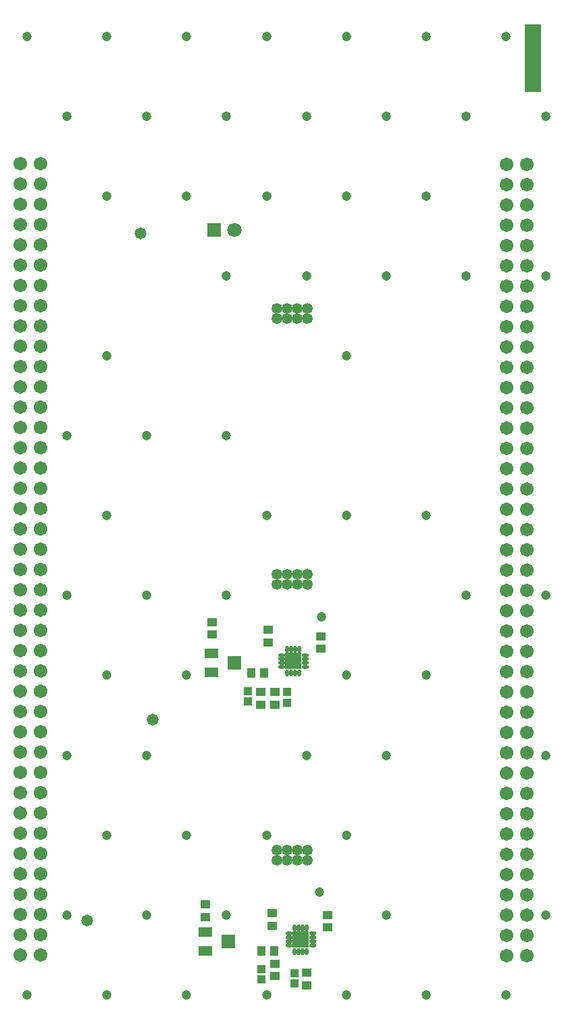
<source format=gbr>
%TF.GenerationSoftware,Altium Limited,Altium Designer,19.1.6 (110)*%
G04 Layer_Color=8388736*
%FSLAX26Y26*%
%MOIN*%
%TF.FileFunction,Soldermask,Top*%
%TF.Part,Single*%
G01*
G75*
%TA.AperFunction,NonConductor*%
%ADD39C,0.000000*%
%ADD40R,0.078740X0.334646*%
%TA.AperFunction,SMDPad,CuDef*%
%ADD42R,0.043433X0.041465*%
%TA.AperFunction,ComponentPad*%
%ADD48C,0.067055*%
%ADD49C,0.053000*%
%ADD50C,0.070992*%
%ADD51R,0.070992X0.070992*%
%TA.AperFunction,ViaPad*%
%ADD52C,0.047370*%
%ADD53C,0.058000*%
%ADD54C,0.027685*%
%TA.AperFunction,SMDPad,CuDef*%
%ADD59R,0.047370X0.043433*%
%ADD60R,0.043433X0.047370*%
%ADD61R,0.070992X0.070992*%
%ADD62R,0.070992X0.051307*%
%ADD63O,0.037528X0.017843*%
%ADD64O,0.017843X0.037528*%
%ADD65R,0.078866X0.078866*%
D39*
X-50490Y1285520D02*
G03*
X-50490Y1285520I-24510J0D01*
G01*
Y1335520D02*
G03*
X-50490Y1335520I-24510J0D01*
G01*
X-490Y1285520D02*
G03*
X-490Y1285520I-24510J0D01*
G01*
Y1335520D02*
G03*
X-490Y1335520I-24510J0D01*
G01*
X49510Y1285520D02*
G03*
X49510Y1285520I-24510J0D01*
G01*
Y1335520D02*
G03*
X49510Y1335520I-24510J0D01*
G01*
X99510Y1285520D02*
G03*
X99510Y1285520I-24510J0D01*
G01*
Y1335520D02*
G03*
X99510Y1335520I-24510J0D01*
G01*
X100510Y25520D02*
G03*
X100510Y25520I-24510J0D01*
G01*
Y-24480D02*
G03*
X100510Y-24480I-24510J0D01*
G01*
X50510Y25520D02*
G03*
X50510Y25520I-24510J0D01*
G01*
Y-24480D02*
G03*
X50510Y-24480I-24510J0D01*
G01*
X510Y25520D02*
G03*
X510Y25520I-24510J0D01*
G01*
Y-24480D02*
G03*
X510Y-24480I-24510J0D01*
G01*
X-49490Y25520D02*
G03*
X-49490Y25520I-24510J0D01*
G01*
Y-24480D02*
G03*
X-49490Y-24480I-24510J0D01*
G01*
X-50490Y-1382480D02*
G03*
X-50490Y-1382480I-24510J0D01*
G01*
Y-1332480D02*
G03*
X-50490Y-1332480I-24510J0D01*
G01*
X-490Y-1382480D02*
G03*
X-490Y-1382480I-24510J0D01*
G01*
Y-1332480D02*
G03*
X-490Y-1332480I-24510J0D01*
G01*
X49510Y-1382480D02*
G03*
X49510Y-1382480I-24510J0D01*
G01*
Y-1332480D02*
G03*
X49510Y-1332480I-24510J0D01*
G01*
X99510Y-1382480D02*
G03*
X99510Y-1382480I-24510J0D01*
G01*
Y-1332480D02*
G03*
X99510Y-1332480I-24510J0D01*
G01*
D40*
X1188953Y2568906D02*
D03*
D42*
X-24000Y-606095D02*
D03*
Y-554913D02*
D03*
X-152000Y-1971591D02*
D03*
Y-1920409D02*
D03*
X12000Y-1939409D02*
D03*
Y-1990591D02*
D03*
X-219000Y-549913D02*
D03*
Y-601094D02*
D03*
D48*
X-1341205Y2047956D02*
D03*
Y1947956D02*
D03*
Y1847956D02*
D03*
Y1747956D02*
D03*
Y1647956D02*
D03*
Y1547956D02*
D03*
Y1447956D02*
D03*
Y1347956D02*
D03*
Y1247956D02*
D03*
Y1147956D02*
D03*
Y1047956D02*
D03*
Y947956D02*
D03*
Y847956D02*
D03*
Y747956D02*
D03*
Y647956D02*
D03*
Y547956D02*
D03*
Y447955D02*
D03*
Y347955D02*
D03*
Y247956D02*
D03*
Y147956D02*
D03*
Y47956D02*
D03*
Y-52044D02*
D03*
Y-152044D02*
D03*
Y-252044D02*
D03*
Y-352045D02*
D03*
Y-452045D02*
D03*
Y-552044D02*
D03*
Y-652044D02*
D03*
Y-752044D02*
D03*
Y-852044D02*
D03*
Y-952044D02*
D03*
Y-1052044D02*
D03*
Y-1152044D02*
D03*
Y-1252044D02*
D03*
Y-1352044D02*
D03*
Y-1452044D02*
D03*
Y-1552044D02*
D03*
Y-1652044D02*
D03*
Y-1752044D02*
D03*
Y-1852044D02*
D03*
X-1241205Y2047956D02*
D03*
Y1947956D02*
D03*
Y1847956D02*
D03*
Y1747956D02*
D03*
Y1647956D02*
D03*
Y1547956D02*
D03*
Y1447956D02*
D03*
Y1347956D02*
D03*
Y1247956D02*
D03*
Y1147956D02*
D03*
Y1047956D02*
D03*
Y947956D02*
D03*
Y847956D02*
D03*
Y747956D02*
D03*
Y647956D02*
D03*
Y547956D02*
D03*
Y447955D02*
D03*
Y347955D02*
D03*
Y247956D02*
D03*
Y147956D02*
D03*
Y47956D02*
D03*
Y-52044D02*
D03*
Y-152044D02*
D03*
Y-252044D02*
D03*
Y-352045D02*
D03*
Y-452045D02*
D03*
Y-552044D02*
D03*
Y-652044D02*
D03*
Y-752044D02*
D03*
Y-852044D02*
D03*
Y-952044D02*
D03*
Y-1052044D02*
D03*
Y-1152044D02*
D03*
Y-1252044D02*
D03*
Y-1352044D02*
D03*
Y-1452044D02*
D03*
Y-1552044D02*
D03*
Y-1652044D02*
D03*
Y-1752044D02*
D03*
Y-1852044D02*
D03*
X1158795Y-1853029D02*
D03*
Y-1753029D02*
D03*
Y-1653029D02*
D03*
Y-1553029D02*
D03*
Y-1453029D02*
D03*
Y-1353029D02*
D03*
Y-1253029D02*
D03*
Y-1153029D02*
D03*
Y-1053029D02*
D03*
Y-953029D02*
D03*
Y-853029D02*
D03*
Y-753029D02*
D03*
Y-653029D02*
D03*
Y-553029D02*
D03*
Y-453029D02*
D03*
Y-353029D02*
D03*
Y-253029D02*
D03*
Y-153029D02*
D03*
Y-53029D02*
D03*
Y46971D02*
D03*
Y146971D02*
D03*
Y246971D02*
D03*
Y346971D02*
D03*
Y446971D02*
D03*
Y546971D02*
D03*
Y646971D02*
D03*
Y746971D02*
D03*
Y846971D02*
D03*
Y946971D02*
D03*
Y1046971D02*
D03*
Y1146971D02*
D03*
Y1246971D02*
D03*
Y1346971D02*
D03*
Y1446971D02*
D03*
Y1546971D02*
D03*
Y1646971D02*
D03*
Y1746971D02*
D03*
Y1846971D02*
D03*
Y1946971D02*
D03*
Y2046971D02*
D03*
X1058795Y-1853029D02*
D03*
Y-1753029D02*
D03*
Y-1653029D02*
D03*
Y-1553029D02*
D03*
Y-1453029D02*
D03*
Y-1353029D02*
D03*
Y-1253029D02*
D03*
Y-1153029D02*
D03*
Y-1053029D02*
D03*
Y-953029D02*
D03*
Y-853029D02*
D03*
Y-753029D02*
D03*
Y-653029D02*
D03*
Y-553029D02*
D03*
Y-453029D02*
D03*
Y-353029D02*
D03*
Y-253029D02*
D03*
Y-153029D02*
D03*
Y-53029D02*
D03*
Y46971D02*
D03*
Y146971D02*
D03*
Y246971D02*
D03*
Y346971D02*
D03*
Y446971D02*
D03*
Y546971D02*
D03*
Y646971D02*
D03*
Y746971D02*
D03*
Y846971D02*
D03*
Y946971D02*
D03*
Y1046971D02*
D03*
Y1146971D02*
D03*
Y1246971D02*
D03*
Y1346971D02*
D03*
Y1446971D02*
D03*
Y1546971D02*
D03*
Y1646971D02*
D03*
Y1746971D02*
D03*
Y1846971D02*
D03*
Y1946971D02*
D03*
Y2046971D02*
D03*
D49*
X-75000Y1285520D02*
D03*
Y1335520D02*
D03*
X-25000Y1285520D02*
D03*
Y1335520D02*
D03*
X25000Y1285520D02*
D03*
Y1335520D02*
D03*
X75000Y1285520D02*
D03*
Y1335520D02*
D03*
X76000Y25520D02*
D03*
Y-24480D02*
D03*
X26000Y25520D02*
D03*
Y-24480D02*
D03*
X-24000Y25520D02*
D03*
Y-24480D02*
D03*
X-74000Y25520D02*
D03*
Y-24480D02*
D03*
X-75000Y-1382480D02*
D03*
Y-1332480D02*
D03*
X-25000Y-1382480D02*
D03*
Y-1332480D02*
D03*
X25000Y-1382480D02*
D03*
Y-1332480D02*
D03*
X75000Y-1382480D02*
D03*
Y-1332480D02*
D03*
D50*
X-283000Y1722000D02*
D03*
D51*
X-383000D02*
D03*
D52*
X145000Y-184000D02*
D03*
X135000Y-1540000D02*
D03*
X1055150Y2677709D02*
D03*
X1252000Y2284008D02*
D03*
Y1496606D02*
D03*
Y-78197D02*
D03*
Y-865598D02*
D03*
Y-1653000D02*
D03*
X1055150Y-2046701D02*
D03*
X661449Y2677709D02*
D03*
X858299Y2284008D02*
D03*
X661449Y1890307D02*
D03*
X858299Y1496606D02*
D03*
X661449Y315504D02*
D03*
X858299Y-78197D02*
D03*
X661449Y-471898D02*
D03*
Y-2046701D02*
D03*
X267748Y2677709D02*
D03*
X464598Y2284008D02*
D03*
X267748Y1890307D02*
D03*
X464598Y1496606D02*
D03*
X267748Y1102906D02*
D03*
Y315504D02*
D03*
Y-471898D02*
D03*
X464598Y-865598D02*
D03*
X267748Y-1259299D02*
D03*
X464598Y-1653000D02*
D03*
X267748Y-2046701D02*
D03*
X-125953Y2677709D02*
D03*
X70898Y2284008D02*
D03*
X-125953Y1890307D02*
D03*
X70898Y1496606D02*
D03*
X-125953Y315504D02*
D03*
X70898Y-865598D02*
D03*
X-125953Y-1259299D02*
D03*
Y-2046701D02*
D03*
X-519654Y2677709D02*
D03*
X-322803Y2284008D02*
D03*
X-519654Y1890307D02*
D03*
X-322803Y1496606D02*
D03*
Y709205D02*
D03*
Y-78197D02*
D03*
X-519654Y-471898D02*
D03*
Y-1259299D02*
D03*
X-322803Y-1653000D02*
D03*
X-519654Y-2046701D02*
D03*
X-913354Y2677709D02*
D03*
X-716504Y2284008D02*
D03*
X-913354Y1890307D02*
D03*
Y1102906D02*
D03*
X-716504Y709205D02*
D03*
X-913354Y315504D02*
D03*
X-716504Y-78197D02*
D03*
X-913354Y-471898D02*
D03*
X-716504Y-865598D02*
D03*
X-913354Y-1259299D02*
D03*
X-716504Y-1653000D02*
D03*
X-913354Y-2046701D02*
D03*
X-1307055Y2677709D02*
D03*
X-1110205Y2284008D02*
D03*
Y709205D02*
D03*
Y-78197D02*
D03*
Y-865598D02*
D03*
Y-1653000D02*
D03*
X-1307055Y-2046701D02*
D03*
D53*
X-687000Y-692000D02*
D03*
X-1012000Y-1682000D02*
D03*
X-749000Y1706000D02*
D03*
D54*
X27811Y-380189D02*
D03*
X64654Y-1796654D02*
D03*
X21346D02*
D03*
X64654Y-1753347D02*
D03*
X21346D02*
D03*
X-15496Y-380189D02*
D03*
Y-423496D02*
D03*
X27811D02*
D03*
D59*
X-118000Y-309496D02*
D03*
Y-246504D02*
D03*
X-84000Y-554008D02*
D03*
Y-617000D02*
D03*
X-428000Y-1600504D02*
D03*
Y-1663496D02*
D03*
X73000Y-2001496D02*
D03*
Y-1938504D02*
D03*
X-99000Y-1708496D02*
D03*
Y-1645504D02*
D03*
X-86000Y-1892504D02*
D03*
Y-1955496D02*
D03*
X176000Y-1715496D02*
D03*
Y-1652504D02*
D03*
X-395496Y-272000D02*
D03*
Y-209008D02*
D03*
X-154000Y-617000D02*
D03*
Y-554008D02*
D03*
X141000Y-279008D02*
D03*
Y-342000D02*
D03*
D60*
X-88504Y-1830000D02*
D03*
X-151496D02*
D03*
X-200496Y-460504D02*
D03*
X-137504D02*
D03*
D61*
X-313913Y-1784000D02*
D03*
X-283409Y-410504D02*
D03*
D62*
X-428087Y-1829276D02*
D03*
Y-1738724D02*
D03*
X-397583Y-365228D02*
D03*
Y-455779D02*
D03*
D63*
X101071Y-1804528D02*
D03*
Y-1784843D02*
D03*
Y-1765158D02*
D03*
Y-1745473D02*
D03*
X-15071D02*
D03*
Y-1765158D02*
D03*
Y-1784843D02*
D03*
Y-1804528D02*
D03*
X-51913Y-431370D02*
D03*
Y-411685D02*
D03*
Y-392000D02*
D03*
Y-372315D02*
D03*
X64228D02*
D03*
Y-392000D02*
D03*
Y-411685D02*
D03*
Y-431370D02*
D03*
D64*
X72528Y-1716929D02*
D03*
X52843D02*
D03*
X33157D02*
D03*
X13473D02*
D03*
Y-1833071D02*
D03*
X33157D02*
D03*
X52843D02*
D03*
X72528D02*
D03*
X35685Y-459913D02*
D03*
X16000D02*
D03*
X-3685D02*
D03*
X-23370D02*
D03*
Y-343772D02*
D03*
X-3685D02*
D03*
X16000D02*
D03*
X35685D02*
D03*
D65*
X43000Y-1775000D02*
D03*
X6157Y-401842D02*
D03*
%TF.MD5,d25c399a68e88edebb4c98c1f821ed78*%
M02*

</source>
